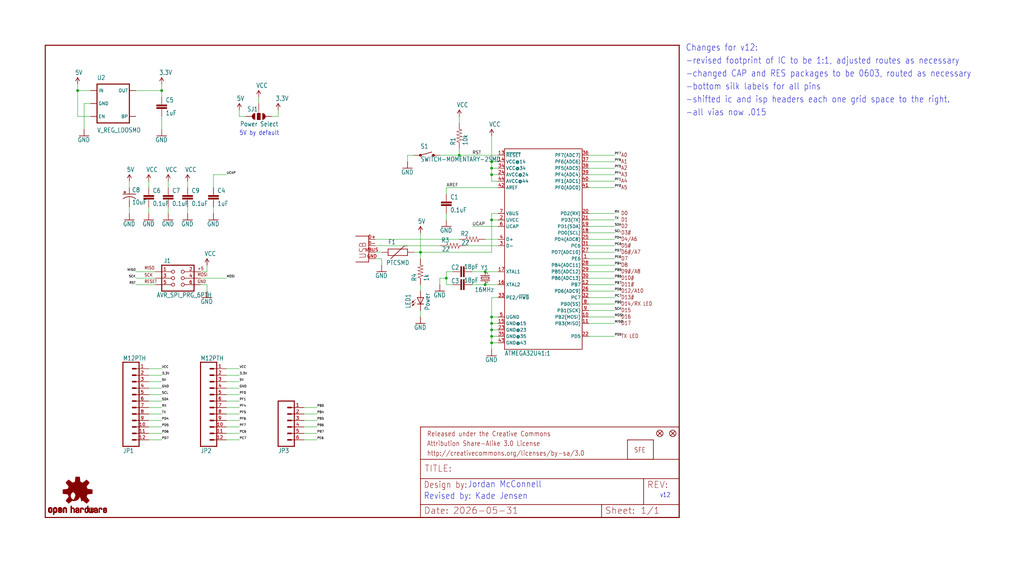
<source format=kicad_sch>
(kicad_sch (version 20230121) (generator eeschema)
  (paper "User" 402.107 224.536)
  (lib_symbols
    (symbol "working-eagle-import:3.3V" (power)
      (property "Value" "3.3V" (at -1.016 3.556 0))
      (symbol "3.3V_1_0"
        (pin power_in line (at 0 0 90) (length 2.54) (name "3.3V") (number "1"))
      )
    )
    (symbol "working-eagle-import:5V" (power)
      (property "Value" "5V" (at -1.016 3.556 0))
      (symbol "5V_1_0"
        (pin power_in line (at 0 0 90) (length 2.54) (name "5V") (number "1"))
      )
    )
    (symbol "working-eagle-import:ATMEGA32U41{colon}1"
      (symbol "ATMEGA32U41{colon}1_1_0"
        (text "A0" (at 30.48 34.798 0) (effects (font (size 1.524 1.2954)) (justify left bottom)))
        (text "A1" (at 30.48 32.258 0) (effects (font (size 1.524 1.2954)) (justify left bottom)))
        (text "A2" (at 30.48 29.718 0) (effects (font (size 1.524 1.2954)) (justify left bottom)))
        (text "A3" (at 30.48 27.178 0) (effects (font (size 1.524 1.2954)) (justify left bottom)))
        (text "A4" (at 30.48 24.638 0) (effects (font (size 1.524 1.2954)) (justify left bottom)))
        (text "A5" (at 30.48 22.098 0) (effects (font (size 1.524 1.2954)) (justify left bottom)))
        (text "D0" (at 30.48 11.938 0) (effects (font (size 1.524 1.2954)) (justify left bottom)))
        (text "D1" (at 30.48 9.398 0) (effects (font (size 1.524 1.2954)) (justify left bottom)))
        (text "D10#" (at 30.48 -13.462 0) (effects (font (size 1.524 1.2954)) (justify left bottom)))
        (text "D11#" (at 30.48 -16.002 0) (effects (font (size 1.524 1.2954)) (justify left bottom)))
        (text "D12/A10" (at 30.48 -18.542 0) (effects (font (size 1.524 1.2954)) (justify left bottom)))
        (text "D13#" (at 30.48 -21.082 0) (effects (font (size 1.524 1.2954)) (justify left bottom)))
        (text "D14/RX LED" (at 30.48 -23.622 0) (effects (font (size 1.524 1.2954)) (justify left bottom)))
        (text "D15" (at 30.48 -26.162 0) (effects (font (size 1.524 1.2954)) (justify left bottom)))
        (text "D16" (at 30.48 -28.702 0) (effects (font (size 1.524 1.2954)) (justify left bottom)))
        (text "D17" (at 30.48 -31.242 0) (effects (font (size 1.524 1.2954)) (justify left bottom)))
        (text "D2" (at 30.48 6.858 0) (effects (font (size 1.524 1.2954)) (justify left bottom)))
        (text "D3#" (at 30.48 4.318 0) (effects (font (size 1.524 1.2954)) (justify left bottom)))
        (text "D4/A6" (at 30.48 1.778 0) (effects (font (size 1.524 1.2954)) (justify left bottom)))
        (text "D5#" (at 30.48 -0.762 0) (effects (font (size 1.524 1.2954)) (justify left bottom)))
        (text "D6#/A7" (at 30.48 -3.302 0) (effects (font (size 1.524 1.2954)) (justify left bottom)))
        (text "D7" (at 30.48 -5.842 0) (effects (font (size 1.524 1.2954)) (justify left bottom)))
        (text "D8" (at 30.48 -8.382 0) (effects (font (size 1.524 1.2954)) (justify left bottom)))
        (text "D9#/A8" (at 30.48 -10.922 0) (effects (font (size 1.524 1.2954)) (justify left bottom)))
        (text "TX LED" (at 30.48 -36.322 0) (effects (font (size 1.524 1.2954)) (justify left bottom)))
        (pin bidirectional line (at 17.78 -5.08 180) (length 2.54) (name "PE6") (number "1"))
        (pin bidirectional line (at 17.78 -27.94 180) (length 2.54) (name "PB2(MOSI)") (number "10"))
        (pin bidirectional line (at 17.78 -30.48 180) (length 2.54) (name "PB3(MISO)") (number "11"))
        (pin bidirectional line (at 17.78 -15.24 180) (length 2.54) (name "PB7") (number "12"))
        (pin bidirectional line (at -17.78 35.56 0) (length 2.54) (name "~{RESET}") (number "13"))
        (pin bidirectional line (at -17.78 33.02 0) (length 2.54) (name "VCC@14") (number "14"))
        (pin bidirectional line (at -17.78 -30.48 0) (length 2.54) (name "GND@15") (number "15"))
        (pin bidirectional line (at -17.78 -15.24 0) (length 2.54) (name "XTAL2") (number "16"))
        (pin bidirectional line (at -17.78 -10.16 0) (length 2.54) (name "XTAL1") (number "17"))
        (pin bidirectional line (at 17.78 5.08 180) (length 2.54) (name "PD0(SCL)") (number "18"))
        (pin bidirectional line (at 17.78 7.62 180) (length 2.54) (name "PD1(SDA)") (number "19"))
        (pin bidirectional line (at -17.78 10.16 0) (length 2.54) (name "UVCC") (number "2"))
        (pin bidirectional line (at 17.78 12.7 180) (length 2.54) (name "PD2(RX)") (number "20"))
        (pin bidirectional line (at 17.78 10.16 180) (length 2.54) (name "PD3(TX)") (number "21"))
        (pin bidirectional line (at 17.78 -35.56 180) (length 2.54) (name "PD5") (number "22"))
        (pin bidirectional line (at -17.78 -33.02 0) (length 2.54) (name "GND@23") (number "23"))
        (pin bidirectional line (at -17.78 27.94 0) (length 2.54) (name "AVCC@24") (number "24"))
        (pin bidirectional line (at 17.78 2.54 180) (length 2.54) (name "PD4(ADC8)") (number "25"))
        (pin bidirectional line (at 17.78 -17.78 180) (length 2.54) (name "PD6(ADC9)") (number "26"))
        (pin bidirectional line (at 17.78 -2.54 180) (length 2.54) (name "PD7(ADC10)") (number "27"))
        (pin bidirectional line (at 17.78 -7.62 180) (length 2.54) (name "PB4(ADC11)") (number "28"))
        (pin bidirectional line (at 17.78 -10.16 180) (length 2.54) (name "PB5(ADC12)") (number "29"))
        (pin bidirectional line (at -17.78 0 0) (length 2.54) (name "D-") (number "3"))
        (pin bidirectional line (at 17.78 -12.7 180) (length 2.54) (name "PB6(ADC13)") (number "30"))
        (pin bidirectional line (at 17.78 0 180) (length 2.54) (name "PC6") (number "31"))
        (pin bidirectional line (at 17.78 -20.32 180) (length 2.54) (name "PC7") (number "32"))
        (pin bidirectional line (at -17.78 -20.32 0) (length 2.54) (name "PE2/~{HWB}") (number "33"))
        (pin bidirectional line (at -17.78 30.48 0) (length 2.54) (name "VCC@34") (number "34"))
        (pin bidirectional line (at -17.78 -35.56 0) (length 2.54) (name "GND@35") (number "35"))
        (pin bidirectional line (at 17.78 35.56 180) (length 2.54) (name "PF7(ADC7)") (number "36"))
        (pin bidirectional line (at 17.78 33.02 180) (length 2.54) (name "PF6(ADC6)") (number "37"))
        (pin bidirectional line (at 17.78 30.48 180) (length 2.54) (name "PF5(ADC5)") (number "38"))
        (pin bidirectional line (at 17.78 27.94 180) (length 2.54) (name "PF4(ADC4)") (number "39"))
        (pin bidirectional line (at -17.78 2.54 0) (length 2.54) (name "D+") (number "4"))
        (pin bidirectional line (at 17.78 25.4 180) (length 2.54) (name "PF1(ADC1)") (number "40"))
        (pin bidirectional line (at 17.78 22.86 180) (length 2.54) (name "PF0(ADC0)") (number "41"))
        (pin bidirectional line (at -17.78 22.86 0) (length 2.54) (name "AREF") (number "42"))
        (pin bidirectional line (at -17.78 -38.1 0) (length 2.54) (name "GND@43") (number "43"))
        (pin bidirectional line (at -17.78 25.4 0) (length 2.54) (name "AVCC@44") (number "44"))
        (pin bidirectional line (at -17.78 -27.94 0) (length 2.54) (name "UGND") (number "5"))
        (pin bidirectional line (at -17.78 7.62 0) (length 2.54) (name "UCAP") (number "6"))
        (pin bidirectional line (at -17.78 12.7 0) (length 2.54) (name "VBUS") (number "7"))
        (pin bidirectional line (at 17.78 -22.86 180) (length 2.54) (name "PB0(SS)") (number "8"))
        (pin bidirectional line (at 17.78 -25.4 180) (length 2.54) (name "PB1(SCK)") (number "9"))
      )
    )
    (symbol "working-eagle-import:AVR_SPI_PRG_6PTH"
      (property "Reference" "J" (at -4.318 5.842 0))
      (symbol "AVR_SPI_PRG_6PTH_1_0"
        (text "+5" (at 8.89 3.048 0) (effects (font (size 1.27 1.0795)) (justify left bottom)))
        (text "GND" (at 8.89 -2.032 0) (effects (font (size 1.27 1.0795)) (justify left bottom)))
        (text "MISO" (at -11.938 3.302 0) (effects (font (size 1.27 1.0795)) (justify left bottom)))
        (text "MOSI" (at 8.89 0.635 0) (effects (font (size 1.27 1.0795)) (justify left bottom)))
        (text "RESET" (at -11.938 -2.032 0) (effects (font (size 1.27 1.0795)) (justify left bottom)))
        (text "SCK" (at -11.938 0.508 0) (effects (font (size 1.27 1.0795)) (justify left bottom)))
        (pin passive inverted (at -7.62 2.54 0) (length 7.62) (name "1") (number "1"))
        (pin passive inverted (at 10.16 2.54 180) (length 7.62) (name "2") (number "2"))
        (pin passive inverted (at -7.62 0 0) (length 7.62) (name "3") (number "3"))
        (pin passive inverted (at 10.16 0 180) (length 7.62) (name "4") (number "4"))
        (pin passive inverted (at -7.62 -2.54 0) (length 7.62) (name "5") (number "5"))
        (pin passive inverted (at 10.16 -2.54 180) (length 7.62) (name "6") (number "6"))
      )
    )
    (symbol "working-eagle-import:CAP0603-CAP"
      (property "Reference" "C" (at 1.524 2.921 0))
      (symbol "CAP0603-CAP_1_0"
        (pin passive line (at 0 5.08 270) (length 2.54) (name "1") (number "1"))
        (pin passive line (at 0 -2.54 90) (length 2.54) (name "2") (number "2"))
      )
    )
    (symbol "working-eagle-import:CAP_POL1206"
      (property "Reference" "C" (at 1.016 0.635 0))
      (symbol "CAP_POL1206_1_0"
        (pin passive line (at 0 2.54 270) (length 2.54) (name "+") (number "A"))
        (pin passive line (at 0 -5.08 90) (length 2.54) (name "-") (number "C"))
      )
    )
    (symbol "working-eagle-import:CRYSTAL5X3"
      (property "Reference" "Y" (at 2.54 1.016 0))
      (symbol "CRYSTAL5X3_1_0"
        (text "1" (at -2.159 -1.143 0) (effects (font (size 0.8636 0.734)) (justify left bottom)))
        (text "2" (at 1.524 -1.143 0) (effects (font (size 0.8636 0.734)) (justify left bottom)))
        (pin passive line (at -2.54 0 0) (length 0) (name "1") (number "1"))
        (pin passive line (at 2.54 0 180) (length 0) (name "2") (number "3"))
      )
    )
    (symbol "working-eagle-import:FIDUCIAL1X2")
    (symbol "working-eagle-import:FRAME-LETTER"
      (symbol "FRAME-LETTER_2_0"
        (text "${#}/${##}" (at 86.36 1.27 0) (effects (font (size 2.54 2.54)) (justify left bottom)))
        (text "${CURRENT_DATE}" (at 12.7 1.27 0) (effects (font (size 2.54 2.54)) (justify left bottom)))
        (text "${PROJECTNAME}" (at 15.494 17.78 0) (effects (font (size 2.7432 2.7432)) (justify left bottom)))
        (text "Attribution Share-Alike 3.0 License" (at 2.54 27.94 0) (effects (font (size 1.9304 1.6408)) (justify left bottom)))
        (text "Date:" (at 1.27 1.27 0) (effects (font (size 2.54 2.54)) (justify left bottom)))
        (text "Design by:" (at 1.27 11.43 0) (effects (font (size 2.54 2.159)) (justify left bottom)))
        (text "http://creativecommons.org/licenses/by-sa/3.0" (at 2.54 24.13 0) (effects (font (size 1.9304 1.6408)) (justify left bottom)))
        (text "Released under the Creative Commons" (at 2.54 31.75 0) (effects (font (size 1.9304 1.6408)) (justify left bottom)))
        (text "REV:" (at 88.9 11.43 0) (effects (font (size 2.54 2.54)) (justify left bottom)))
        (text "Sheet:" (at 72.39 1.27 0) (effects (font (size 2.54 2.54)) (justify left bottom)))
        (text "TITLE:" (at 1.524 17.78 0) (effects (font (size 2.54 2.54)) (justify left bottom)))
      )
    )
    (symbol "working-eagle-import:GND" (power)
      (property "Value" "GND" (at -2.54 -2.54 0))
      (symbol "GND_1_0"
        (pin power_in line (at 0 2.54 270) (length 2.54) (name "GND") (number "1"))
      )
    )
    (symbol "working-eagle-import:LED0603"
      (property "Reference" "LED" (at 3.556 -4.572 90))
      (symbol "LED0603_1_0"
        (pin passive line (at 0 2.54 270) (length 2.54) (name "A") (number "A"))
        (pin passive line (at 0 -5.08 90) (length 2.54) (name "C") (number "C"))
      )
    )
    (symbol "working-eagle-import:LOGO-SFENEW"
      (symbol "LOGO-SFENEW_1_0"
        (text "SFE" (at 0 0 0) (effects (font (size 1.9304 1.6408)) (justify left bottom)))
      )
    )
    (symbol "working-eagle-import:M06SIP"
      (property "Reference" "JP" (at -5.08 10.922 0))
      (symbol "M06SIP_1_0"
        (pin passive line (at 5.08 -5.08 180) (length 5.08) (name "1") (number "1"))
        (pin passive line (at 5.08 -2.54 180) (length 5.08) (name "2") (number "2"))
        (pin passive line (at 5.08 0 180) (length 5.08) (name "3") (number "3"))
        (pin passive line (at 5.08 2.54 180) (length 5.08) (name "4") (number "4"))
        (pin passive line (at 5.08 5.08 180) (length 5.08) (name "5") (number "5"))
        (pin passive line (at 5.08 7.62 180) (length 5.08) (name "6") (number "6"))
      )
    )
    (symbol "working-eagle-import:M12PTH"
      (property "Reference" "JP" (at 0 16.002 0))
      (symbol "M12PTH_1_0"
        (pin passive line (at 10.16 -15.24 180) (length 5.08) (name "1") (number "1"))
        (pin passive line (at 10.16 7.62 180) (length 5.08) (name "10") (number "10"))
        (pin passive line (at 10.16 10.16 180) (length 5.08) (name "11") (number "11"))
        (pin passive line (at 10.16 12.7 180) (length 5.08) (name "12") (number "12"))
        (pin passive line (at 10.16 -12.7 180) (length 5.08) (name "2") (number "2"))
        (pin passive line (at 10.16 -10.16 180) (length 5.08) (name "3") (number "3"))
        (pin passive line (at 10.16 -7.62 180) (length 5.08) (name "4") (number "4"))
        (pin passive line (at 10.16 -5.08 180) (length 5.08) (name "5") (number "5"))
        (pin passive line (at 10.16 -2.54 180) (length 5.08) (name "6") (number "6"))
        (pin passive line (at 10.16 0 180) (length 5.08) (name "7") (number "7"))
        (pin passive line (at 10.16 2.54 180) (length 5.08) (name "8") (number "8"))
        (pin passive line (at 10.16 5.08 180) (length 5.08) (name "9") (number "9"))
      )
    )
    (symbol "working-eagle-import:OSHW-LOGOM")
    (symbol "working-eagle-import:PTCSMD"
      (property "Reference" "F" (at -2.54 3.048 0))
      (symbol "PTCSMD_1_0"
        (pin bidirectional line (at -5.08 0 0) (length 2.54) (name "1") (number "1"))
        (pin bidirectional line (at 7.62 0 180) (length 2.54) (name "2") (number "2"))
      )
    )
    (symbol "working-eagle-import:RESISTOR0603-RES"
      (property "Reference" "R" (at -3.81 1.4986 0))
      (symbol "RESISTOR0603-RES_1_0"
        (pin passive line (at -5.08 0 0) (length 2.54) (name "1") (number "1"))
        (pin passive line (at 5.08 0 180) (length 2.54) (name "2") (number "2"))
      )
    )
    (symbol "working-eagle-import:SOLDERJUMPER_2WAYPASTE2&3"
      (property "Reference" "SJ" (at 2.54 0.381 0))
      (symbol "SOLDERJUMPER_2WAYPASTE2&3_1_0"
        (pin passive line (at 0 5.08 270) (length 2.54) (name "1") (number "1"))
        (pin passive line (at -5.08 0 0) (length 2.54) (name "2") (number "2"))
        (pin passive line (at 0 -5.08 90) (length 2.54) (name "3") (number "3"))
      )
    )
    (symbol "working-eagle-import:SWITCH-MOMENTARY-2SMD"
      (property "Reference" "S" (at -2.54 2.54 0))
      (symbol "SWITCH-MOMENTARY-2SMD_1_0"
        (pin passive line (at -5.08 0 0) (length 2.54) (name "1") (number "1"))
        (pin passive line (at 5.08 0 180) (length 2.54) (name "2") (number "3"))
      )
    )
    (symbol "working-eagle-import:USBSMD"
      (symbol "USBSMD_1_0"
        (text "USB" (at 3.81 0 900) (effects (font (size 2.54 2.159)) (justify left bottom)))
        (pin bidirectional line (at -2.54 7.62 0) (length 2.54) (name "D+") (number "D+"))
        (pin bidirectional line (at -2.54 5.08 0) (length 2.54) (name "D-") (number "D-"))
        (pin bidirectional line (at -2.54 0 0) (length 2.54) (name "GND") (number "GND"))
        (pin bidirectional line (at -2.54 2.54 0) (length 2.54) (name "VBUS") (number "VBUS"))
      )
    )
    (symbol "working-eagle-import:VCC" (power)
      (property "Value" "VCC" (at -1.016 3.556 0))
      (symbol "VCC_1_0"
        (pin power_in line (at 0 0 90) (length 2.54) (name "VCC") (number "1"))
      )
    )
    (symbol "working-eagle-import:V_REG_LDOSMD"
      (property "Reference" "U" (at -7.62 9.144 0))
      (symbol "V_REG_LDOSMD_1_0"
        (pin input line (at -10.16 5.08 0) (length 2.54) (name "IN") (number "1"))
        (pin input line (at -10.16 0 0) (length 2.54) (name "GND") (number "2"))
        (pin input line (at -10.16 -5.08 0) (length 2.54) (name "EN") (number "3"))
        (pin input line (at 7.62 -5.08 180) (length 2.54) (name "BP") (number "4"))
        (pin passive line (at 7.62 5.08 180) (length 2.54) (name "OUT") (number "5"))
      )
    )
  )
  (junction (at 175.26 109.22))
  (junction (at 193.04 134.62))
  (junction (at 193.04 127))
  (junction (at 193.04 129.54))
  (junction (at 193.04 132.08))
  (junction (at 30.48 35.56))
  (junction (at 193.04 63.5))
  (junction (at 190.5 106.68))
  (junction (at 193.04 86.36))
  (junction (at 190.5 111.76))
  (junction (at 193.04 124.46))
  (junction (at 180.34 60.96))
  (junction (at 165.1 99.06))
  (junction (at 193.04 66.04))
  (junction (at 63.5 35.56))
  (junction (at 193.04 68.58))
  (wire (pts (xy 119.38 165.1) (xy 124.46 165.1)) (stroke (width 0.1524)))
  (wire (pts (xy 177.8 111.76) (xy 175.26 111.76)) (stroke (width 0.1524)))
  (wire (pts (xy 58.42 157.48) (xy 63.5 157.48)) (stroke (width 0.1524)))
  (wire (pts (xy 78.74 109.22) (xy 88.9 109.22)) (stroke (width 0.1524)))
  (wire (pts (xy 193.04 83.82) (xy 195.58 83.82)) (stroke (width 0.1524)))
  (wire (pts (xy 193.04 124.46) (xy 193.04 116.84)) (stroke (width 0.1524)))
  (wire (pts (xy 231.14 121.92) (xy 241.3 121.92)) (stroke (width 0.1524)))
  (wire (pts (xy 119.38 167.64) (xy 124.46 167.64)) (stroke (width 0.1524)))
  (wire (pts (xy 190.5 106.68) (xy 195.58 106.68)) (stroke (width 0.1524)))
  (wire (pts (xy 78.74 106.68) (xy 81.28 106.68)) (stroke (width 0.1524)))
  (wire (pts (xy 83.82 68.58) (xy 88.9 68.58)) (stroke (width 0.1524)))
  (wire (pts (xy 231.14 109.22) (xy 241.3 109.22)) (stroke (width 0.1524)))
  (wire (pts (xy 182.88 96.52) (xy 195.58 96.52)) (stroke (width 0.1524)))
  (wire (pts (xy 193.04 63.5) (xy 193.04 53.34)) (stroke (width 0.1524)))
  (wire (pts (xy 195.58 68.58) (xy 193.04 68.58)) (stroke (width 0.1524)))
  (wire (pts (xy 231.14 106.68) (xy 241.3 106.68)) (stroke (width 0.1524)))
  (wire (pts (xy 119.38 172.72) (xy 124.46 172.72)) (stroke (width 0.1524)))
  (wire (pts (xy 231.14 73.66) (xy 241.3 73.66)) (stroke (width 0.1524)))
  (wire (pts (xy 58.42 160.02) (xy 63.5 160.02)) (stroke (width 0.1524)))
  (wire (pts (xy 165.1 91.44) (xy 165.1 99.06)) (stroke (width 0.1524)))
  (wire (pts (xy 231.14 104.14) (xy 241.3 104.14)) (stroke (width 0.1524)))
  (wire (pts (xy 63.5 35.56) (xy 63.5 38.1)) (stroke (width 0.1524)))
  (wire (pts (xy 165.1 99.06) (xy 193.04 99.06)) (stroke (width 0.1524)))
  (wire (pts (xy 160.02 60.96) (xy 162.56 60.96)) (stroke (width 0.1524)))
  (wire (pts (xy 193.04 134.62) (xy 195.58 134.62)) (stroke (width 0.1524)))
  (wire (pts (xy 88.9 172.72) (xy 93.98 172.72)) (stroke (width 0.1524)))
  (wire (pts (xy 195.58 88.9) (xy 185.42 88.9)) (stroke (width 0.1524)))
  (wire (pts (xy 231.14 114.3) (xy 241.3 114.3)) (stroke (width 0.1524)))
  (wire (pts (xy 231.14 124.46) (xy 241.3 124.46)) (stroke (width 0.1524)))
  (wire (pts (xy 180.34 60.96) (xy 195.58 60.96)) (stroke (width 0.1524)))
  (wire (pts (xy 88.9 147.32) (xy 93.98 147.32)) (stroke (width 0.1524)))
  (wire (pts (xy 172.72 109.22) (xy 172.72 111.76)) (stroke (width 0.1524)))
  (wire (pts (xy 88.9 167.64) (xy 93.98 167.64)) (stroke (width 0.1524)))
  (wire (pts (xy 50.8 73.66) (xy 50.8 71.12)) (stroke (width 0.1524)))
  (wire (pts (xy 149.86 101.6) (xy 149.86 104.14)) (stroke (width 0.1524)))
  (wire (pts (xy 83.82 73.66) (xy 83.82 68.58)) (stroke (width 0.1524)))
  (wire (pts (xy 231.14 127) (xy 241.3 127)) (stroke (width 0.1524)))
  (wire (pts (xy 58.42 81.28) (xy 58.42 83.82)) (stroke (width 0.1524)))
  (wire (pts (xy 165.1 99.06) (xy 165.1 101.6)) (stroke (width 0.1524)))
  (wire (pts (xy 180.34 48.26) (xy 180.34 45.72)) (stroke (width 0.1524)))
  (wire (pts (xy 30.48 35.56) (xy 30.48 45.72)) (stroke (width 0.1524)))
  (wire (pts (xy 58.42 162.56) (xy 63.5 162.56)) (stroke (width 0.1524)))
  (wire (pts (xy 66.04 83.82) (xy 66.04 81.28)) (stroke (width 0.1524)))
  (wire (pts (xy 88.9 154.94) (xy 93.98 154.94)) (stroke (width 0.1524)))
  (wire (pts (xy 58.42 149.86) (xy 63.5 149.86)) (stroke (width 0.1524)))
  (wire (pts (xy 175.26 106.68) (xy 177.8 106.68)) (stroke (width 0.1524)))
  (wire (pts (xy 193.04 86.36) (xy 195.58 86.36)) (stroke (width 0.1524)))
  (wire (pts (xy 30.48 35.56) (xy 30.48 33.02)) (stroke (width 0.1524)))
  (wire (pts (xy 175.26 109.22) (xy 175.26 106.68)) (stroke (width 0.1524)))
  (wire (pts (xy 175.26 109.22) (xy 172.72 109.22)) (stroke (width 0.1524)))
  (wire (pts (xy 231.14 119.38) (xy 241.3 119.38)) (stroke (width 0.1524)))
  (wire (pts (xy 63.5 45.72) (xy 63.5 50.8)) (stroke (width 0.1524)))
  (wire (pts (xy 231.14 71.12) (xy 241.3 71.12)) (stroke (width 0.1524)))
  (wire (pts (xy 119.38 160.02) (xy 124.46 160.02)) (stroke (width 0.1524)))
  (wire (pts (xy 81.28 111.76) (xy 81.28 114.3)) (stroke (width 0.1524)))
  (wire (pts (xy 193.04 132.08) (xy 193.04 129.54)) (stroke (width 0.1524)))
  (wire (pts (xy 193.04 127) (xy 195.58 127)) (stroke (width 0.1524)))
  (wire (pts (xy 58.42 167.64) (xy 63.5 167.64)) (stroke (width 0.1524)))
  (wire (pts (xy 193.04 137.16) (xy 193.04 134.62)) (stroke (width 0.1524)))
  (wire (pts (xy 180.34 58.42) (xy 180.34 60.96)) (stroke (width 0.1524)))
  (wire (pts (xy 165.1 121.92) (xy 165.1 124.46)) (stroke (width 0.1524)))
  (wire (pts (xy 30.48 35.56) (xy 35.56 35.56)) (stroke (width 0.1524)))
  (wire (pts (xy 193.04 86.36) (xy 193.04 83.82)) (stroke (width 0.1524)))
  (wire (pts (xy 175.26 86.36) (xy 175.26 83.82)) (stroke (width 0.1524)))
  (wire (pts (xy 88.9 157.48) (xy 93.98 157.48)) (stroke (width 0.1524)))
  (wire (pts (xy 195.58 66.04) (xy 193.04 66.04)) (stroke (width 0.1524)))
  (wire (pts (xy 147.32 99.06) (xy 149.86 99.06)) (stroke (width 0.1524)))
  (wire (pts (xy 190.5 93.98) (xy 195.58 93.98)) (stroke (width 0.1524)))
  (wire (pts (xy 109.22 43.18) (xy 109.22 45.72)) (stroke (width 0.1524)))
  (wire (pts (xy 231.14 88.9) (xy 241.3 88.9)) (stroke (width 0.1524)))
  (wire (pts (xy 109.22 45.72) (xy 106.68 45.72)) (stroke (width 0.1524)))
  (wire (pts (xy 53.34 35.56) (xy 63.5 35.56)) (stroke (width 0.1524)))
  (wire (pts (xy 231.14 91.44) (xy 241.3 91.44)) (stroke (width 0.1524)))
  (wire (pts (xy 88.9 149.86) (xy 93.98 149.86)) (stroke (width 0.1524)))
  (wire (pts (xy 119.38 162.56) (xy 124.46 162.56)) (stroke (width 0.1524)))
  (wire (pts (xy 193.04 129.54) (xy 193.04 127)) (stroke (width 0.1524)))
  (wire (pts (xy 58.42 152.4) (xy 63.5 152.4)) (stroke (width 0.1524)))
  (wire (pts (xy 83.82 83.82) (xy 83.82 81.28)) (stroke (width 0.1524)))
  (wire (pts (xy 162.56 99.06) (xy 165.1 99.06)) (stroke (width 0.1524)))
  (wire (pts (xy 73.66 71.12) (xy 73.66 73.66)) (stroke (width 0.1524)))
  (wire (pts (xy 58.42 147.32) (xy 63.5 147.32)) (stroke (width 0.1524)))
  (wire (pts (xy 50.8 83.82) (xy 50.8 81.28)) (stroke (width 0.1524)))
  (wire (pts (xy 175.26 73.66) (xy 195.58 73.66)) (stroke (width 0.1524)))
  (wire (pts (xy 190.5 111.76) (xy 185.42 111.76)) (stroke (width 0.1524)))
  (wire (pts (xy 78.74 111.76) (xy 81.28 111.76)) (stroke (width 0.1524)))
  (wire (pts (xy 195.58 71.12) (xy 193.04 71.12)) (stroke (width 0.1524)))
  (wire (pts (xy 60.96 109.22) (xy 53.34 109.22)) (stroke (width 0.1524)))
  (wire (pts (xy 33.02 40.64) (xy 33.02 50.8)) (stroke (width 0.1524)))
  (wire (pts (xy 193.04 66.04) (xy 193.04 63.5)) (stroke (width 0.1524)))
  (wire (pts (xy 147.32 101.6) (xy 149.86 101.6)) (stroke (width 0.1524)))
  (wire (pts (xy 231.14 86.36) (xy 241.3 86.36)) (stroke (width 0.1524)))
  (wire (pts (xy 88.9 160.02) (xy 93.98 160.02)) (stroke (width 0.1524)))
  (wire (pts (xy 88.9 162.56) (xy 93.98 162.56)) (stroke (width 0.1524)))
  (wire (pts (xy 58.42 170.18) (xy 63.5 170.18)) (stroke (width 0.1524)))
  (wire (pts (xy 193.04 116.84) (xy 195.58 116.84)) (stroke (width 0.1524)))
  (wire (pts (xy 93.98 45.72) (xy 93.98 43.18)) (stroke (width 0.1524)))
  (wire (pts (xy 35.56 40.64) (xy 33.02 40.64)) (stroke (width 0.1524)))
  (wire (pts (xy 58.42 144.78) (xy 63.5 144.78)) (stroke (width 0.1524)))
  (wire (pts (xy 193.04 68.58) (xy 193.04 66.04)) (stroke (width 0.1524)))
  (wire (pts (xy 231.14 96.52) (xy 241.3 96.52)) (stroke (width 0.1524)))
  (wire (pts (xy 195.58 111.76) (xy 190.5 111.76)) (stroke (width 0.1524)))
  (wire (pts (xy 88.9 165.1) (xy 93.98 165.1)) (stroke (width 0.1524)))
  (wire (pts (xy 165.1 111.76) (xy 165.1 114.3)) (stroke (width 0.1524)))
  (wire (pts (xy 88.9 170.18) (xy 93.98 170.18)) (stroke (width 0.1524)))
  (wire (pts (xy 119.38 170.18) (xy 124.46 170.18)) (stroke (width 0.1524)))
  (wire (pts (xy 231.14 99.06) (xy 241.3 99.06)) (stroke (width 0.1524)))
  (wire (pts (xy 231.14 83.82) (xy 241.3 83.82)) (stroke (width 0.1524)))
  (wire (pts (xy 58.42 154.94) (xy 63.5 154.94)) (stroke (width 0.1524)))
  (wire (pts (xy 60.96 111.76) (xy 53.34 111.76)) (stroke (width 0.1524)))
  (wire (pts (xy 66.04 71.12) (xy 66.04 73.66)) (stroke (width 0.1524)))
  (wire (pts (xy 73.66 81.28) (xy 73.66 83.82)) (stroke (width 0.1524)))
  (wire (pts (xy 231.14 111.76) (xy 241.3 111.76)) (stroke (width 0.1524)))
  (wire (pts (xy 231.14 63.5) (xy 241.3 63.5)) (stroke (width 0.1524)))
  (wire (pts (xy 88.9 144.78) (xy 93.98 144.78)) (stroke (width 0.1524)))
  (wire (pts (xy 172.72 60.96) (xy 180.34 60.96)) (stroke (width 0.1524)))
  (wire (pts (xy 175.26 76.2) (xy 175.26 73.66)) (stroke (width 0.1524)))
  (wire (pts (xy 58.42 172.72) (xy 63.5 172.72)) (stroke (width 0.1524)))
  (wire (pts (xy 231.14 93.98) (xy 241.3 93.98)) (stroke (width 0.1524)))
  (wire (pts (xy 193.04 127) (xy 193.04 124.46)) (stroke (width 0.1524)))
  (wire (pts (xy 231.14 101.6) (xy 241.3 101.6)) (stroke (width 0.1524)))
  (wire (pts (xy 193.04 132.08) (xy 195.58 132.08)) (stroke (width 0.1524)))
  (wire (pts (xy 231.14 60.96) (xy 241.3 60.96)) (stroke (width 0.1524)))
  (wire (pts (xy 193.04 134.62) (xy 193.04 132.08)) (stroke (width 0.1524)))
  (wire (pts (xy 101.6 38.1) (xy 101.6 40.64)) (stroke (width 0.1524)))
  (wire (pts (xy 195.58 63.5) (xy 193.04 63.5)) (stroke (width 0.1524)))
  (wire (pts (xy 231.14 68.58) (xy 241.3 68.58)) (stroke (width 0.1524)))
  (wire (pts (xy 60.96 106.68) (xy 53.34 106.68)) (stroke (width 0.1524)))
  (wire (pts (xy 147.32 96.52) (xy 172.72 96.52)) (stroke (width 0.1524)))
  (wire (pts (xy 193.04 71.12) (xy 193.04 68.58)) (stroke (width 0.1524)))
  (wire (pts (xy 58.42 165.1) (xy 63.5 165.1)) (stroke (width 0.1524)))
  (wire (pts (xy 81.28 106.68) (xy 81.28 104.14)) (stroke (width 0.1524)))
  (wire (pts (xy 175.26 111.76) (xy 175.26 109.22)) (stroke (width 0.1524)))
  (wire (pts (xy 185.42 106.68) (xy 190.5 106.68)) (stroke (width 0.1524)))
  (wire (pts (xy 193.04 129.54) (xy 195.58 129.54)) (stroke (width 0.1524)))
  (wire (pts (xy 231.14 66.04) (xy 241.3 66.04)) (stroke (width 0.1524)))
  (wire (pts (xy 96.52 45.72) (xy 93.98 45.72)) (stroke (width 0.1524)))
  (wire (pts (xy 193.04 124.46) (xy 195.58 124.46)) (stroke (width 0.1524)))
  (wire (pts (xy 63.5 35.56) (xy 63.5 33.02)) (stroke (width 0.1524)))
  (wire (pts (xy 58.42 71.12) (xy 58.42 73.66)) (stroke (width 0.1524)))
  (wire (pts (xy 30.48 45.72) (xy 35.56 45.72)) (stroke (width 0.1524)))
  (wire (pts (xy 193.04 99.06) (xy 193.04 86.36)) (stroke (width 0.1524)))
  (wire (pts (xy 147.32 93.98) (xy 180.34 93.98)) (stroke (width 0.1524)))
  (wire (pts (xy 231.14 116.84) (xy 241.3 116.84)) (stroke (width 0.1524)))
  (wire (pts (xy 231.14 132.08) (xy 241.3 132.08)) (stroke (width 0.1524)))
  (wire (pts (xy 88.9 152.4) (xy 93.98 152.4)) (stroke (width 0.1524)))
  (wire (pts (xy 160.02 63.5) (xy 160.02 60.96)) (stroke (width 0.1524)))
  (text "Changes for v12:" (at 269.24 20.32 0) (effects (font (size 2.54 2.159)) (justify left bottom)))
  (text "5V by default" (at 93.98 53.34 0) (effects (font (size 1.778 1.5113)) (justify left bottom)))
  (text "Revised by: Kade Jensen" (at 166.37 196.342 0) (effects (font (size 2.54 2.159)) (justify left bottom)))
  (text "Jordan McConnell" (at 183.642 191.77 0) (effects (font (size 2.54 2.159)) (justify left bottom)))
  (text "v12" (at 259.08 195.58 0) (effects (font (size 1.778 1.5113)) (justify left bottom)))
  (text "-shifted ic and isp headers each one grid space to the right." (at 269.24 40.64 0) (effects (font (size 2.54 2.159)) (justify left bottom)))
  (text "-revised footprint of IC to be 1:1, adjusted routes as necessary" (at 269.24 25.4 0) (effects (font (size 2.54 2.159)) (justify left bottom)))
  (text "-bottom silk labels for all pins" (at 269.24 35.56 0) (effects (font (size 2.54 2.159)) (justify left bottom)))
  (text "-changed CAP and RES packages to be 0603, routed as necessary" (at 269.24 30.48 0) (effects (font (size 2.54 2.159)) (justify left bottom)))
  (text "-all vias now .015" (at 269.24 45.72 0) (effects (font (size 2.54 2.159)) (justify left bottom)))
  (label "PD4" (at 63.5 165.1 0) (effects (font (size 0.889 0.889))))
  (label "SCL" (at 241.3 91.44 0) (effects (font (size 0.889 0.889))))
  (label "VCC" (at 63.5 144.78 0) (effects (font (size 0.889 0.889))))
  (label "RX" (at 63.5 160.02 0) (effects (font (size 0.889 0.889))))
  (label "PD6" (at 241.3 114.3 0) (effects (font (size 0.889 0.889))))
  (label "SCK" (at 241.3 121.92 0) (effects (font (size 0.889 0.889))))
  (label "PD6" (at 63.5 170.18 0) (effects (font (size 0.889 0.889))))
  (label "PE6" (at 241.3 101.6 0) (effects (font (size 0.889 0.889))))
  (label "PB5" (at 124.46 165.1 0) (effects (font (size 0.889 0.889))))
  (label "UCAP" (at 88.9 68.58 0) (effects (font (size 0.889 0.889))))
  (label "PF5" (at 93.98 162.56 0) (effects (font (size 0.889 0.889))))
  (label "PF1" (at 241.3 71.12 0) (effects (font (size 0.889 0.889))))
  (label "PF5" (at 241.3 66.04 0) (effects (font (size 0.889 0.889))))
  (label "3.3V" (at 93.98 147.32 0) (effects (font (size 0.889 0.889))))
  (label "PB6" (at 124.46 167.64 0) (effects (font (size 0.889 0.889))))
  (label "PD4" (at 241.3 93.98 0) (effects (font (size 0.889 0.889))))
  (label "VCC" (at 93.98 144.78 0) (effects (font (size 0.889 0.889))))
  (label "SDA" (at 63.5 157.48 0) (effects (font (size 0.889 0.889))))
  (label "PB7" (at 124.46 170.18 0) (effects (font (size 0.889 0.889))))
  (label "PF4" (at 241.3 68.58 0) (effects (font (size 0.889 0.889))))
  (label "MOSI" (at 241.3 124.46 0) (effects (font (size 0.889 0.889))))
  (label "PE6" (at 124.46 172.72 0) (effects (font (size 0.889 0.889))))
  (label "AREF" (at 175.26 73.66 0) (effects (font (size 1.2446 1.2446))))
  (label "PF7" (at 241.3 60.96 0) (effects (font (size 0.889 0.889))))
  (label "PD5" (at 241.3 132.08 0) (effects (font (size 0.889 0.889))))
  (label "RST" (at 185.42 60.96 0) (effects (font (size 1.2446 1.2446))))
  (label "RX" (at 241.3 83.82 0) (effects (font (size 0.889 0.889))))
  (label "PC6" (at 93.98 170.18 0) (effects (font (size 0.889 0.889))))
  (label "PF6" (at 241.3 63.5 0) (effects (font (size 0.889 0.889))))
  (label "PC7" (at 241.3 116.84 0) (effects (font (size 0.889 0.889))))
  (label "TX" (at 63.5 162.56 0) (effects (font (size 0.889 0.889))))
  (label "SDA" (at 241.3 88.9 0) (effects (font (size 0.889 0.889))))
  (label "PF1" (at 93.98 157.48 0) (effects (font (size 0.889 0.889))))
  (label "PF0" (at 241.3 73.66 0) (effects (font (size 0.889 0.889))))
  (label "PB6" (at 241.3 109.22 0) (effects (font (size 0.889 0.889))))
  (label "PB7" (at 241.3 111.76 0) (effects (font (size 0.889 0.889))))
  (label "SCL" (at 63.5 154.94 0) (effects (font (size 0.889 0.889))))
  (label "PC6" (at 241.3 96.52 0) (effects (font (size 0.889 0.889))))
  (label "5V" (at 93.98 149.86 0) (effects (font (size 0.889 0.889))))
  (label "MISO" (at 241.3 127 0) (effects (font (size 0.889 0.889))))
  (label "PD7" (at 241.3 99.06 0) (effects (font (size 0.889 0.889))))
  (label "GND" (at 93.98 152.4 0) (effects (font (size 0.889 0.889))))
  (label "PC7" (at 93.98 172.72 0) (effects (font (size 0.889 0.889))))
  (label "PF6" (at 93.98 165.1 0) (effects (font (size 0.889 0.889))))
  (label "PB0" (at 124.46 160.02 0) (effects (font (size 0.889 0.889))))
  (label "PB4" (at 124.46 162.56 0) (effects (font (size 0.889 0.889))))
  (label "PB0" (at 241.3 119.38 0) (effects (font (size 0.889 0.889))))
  (label "TX" (at 241.3 86.36 0) (effects (font (size 0.889 0.889))))
  (label "5V" (at 63.5 149.86 0) (effects (font (size 0.889 0.889))))
  (label "RST" (at 53.34 111.76 180) (effects (font (size 0.889 0.889))))
  (label "GND" (at 63.5 152.4 0) (effects (font (size 0.889 0.889))))
  (label "PF0" (at 93.98 154.94 0) (effects (font (size 0.889 0.889))))
  (label "PB5" (at 241.3 106.68 0) (effects (font (size 0.889 0.889))))
  (label "PD7" (at 63.5 172.72 0) (effects (font (size 0.889 0.889))))
  (label "PF4" (at 93.98 160.02 0) (effects (font (size 0.889 0.889))))
  (label "3.3V" (at 63.5 147.32 0) (effects (font (size 0.889 0.889))))
  (label "MOSI" (at 88.9 109.22 0) (effects (font (size 0.889 0.889))))
  (label "UCAP" (at 185.42 88.9 0) (effects (font (size 1.2446 1.2446))))
  (label "MISO" (at 53.34 106.68 180) (effects (font (size 0.889 0.889))))
  (label "PD5" (at 63.5 167.64 0) (effects (font (size 0.889 0.889))))
  (label "SCK" (at 53.34 109.22 180) (effects (font (size 0.889 0.889))))
  (label "PB4" (at 241.3 104.14 0) (effects (font (size 0.889 0.889))))
  (label "PF7" (at 93.98 167.64 0) (effects (font (size 0.889 0.889))))
  (symbol (lib_id "working-eagle-import:CAP0603-CAP") (at 182.88 106.68 90) (unit 1)
    (property "Reference" "C2" (at 180.34 104.013 90) (effects (font (size 1.778 1.5113)) (justify left bottom)))
    (property "Value" "18pF" (at 187.96 103.759 90) (effects (font (size 1.778 1.5113)) (justify left bottom)))
    (property "Footprint" "working:0603-CAP" (effects hide))
  )
  (symbol (lib_id "working-eagle-import:VCC") (at 180.34 45.72 0) (unit 1)
    (property "Reference" "#P+1" (effects hide))
    (property "Value" "VCC" (at 179.324 42.164 0) (effects (font (size 1.778 1.5113)) (justify left bottom)))
  )
  (symbol (lib_id "working-eagle-import:GND") (at 83.82 86.36 0) (unit 1)
    (property "Reference" "#GND6" (effects hide))
    (property "Value" "GND" (at 81.28 88.9 0) (effects (font (size 1.778 1.5113)) (justify left bottom)))
  )
  (symbol (lib_id "working-eagle-import:SWITCH-MOMENTARY-2SMD") (at 167.64 60.96 0) (unit 1)
    (property "Reference" "S1" (at 165.1 58.42 0) (effects (font (size 1.778 1.5113)) (justify left bottom)))
    (property "Value" "SWITCH-MOMENTARY-2SMD" (at 165.1 63.5 0) (effects (font (size 1.778 1.5113)) (justify left bottom)))
    (property "Footprint" "working:TACTILE_SWITCH_SMD" (effects hide))
  )
  (symbol (lib_id "working-eagle-import:OSHW-LOGOM") (at 30.48 193.04 0) (unit 1)
    (property "Reference" "U$6" (effects hide))
    (property "Value" "OSHW-LOGOM" (effects hide))
    (property "Footprint" "working:OSHW-LOGO-M" (effects hide))
  )
  (symbol (lib_id "working-eagle-import:CAP0603-CAP") (at 58.42 78.74 0) (unit 1)
    (property "Reference" "C6" (at 59.944 75.819 0) (effects (font (size 1.778 1.5113)) (justify left bottom)))
    (property "Value" "0.1uF" (at 59.944 80.899 0) (effects (font (size 1.778 1.5113)) (justify left bottom)))
    (property "Footprint" "working:0603-CAP" (effects hide))
  )
  (symbol (lib_id "working-eagle-import:5V") (at 93.98 43.18 0) (unit 1)
    (property "Reference" "#U$4" (effects hide))
    (property "Value" "5V" (at 92.964 39.624 0) (effects (font (size 1.778 1.5113)) (justify left bottom)))
  )
  (symbol (lib_id "working-eagle-import:CRYSTAL5X3") (at 190.5 109.22 90) (unit 1)
    (property "Reference" "Y1" (at 191.77 104.14 90) (effects (font (size 1.778 1.5113)) (justify left bottom)))
    (property "Value" "16MHz" (at 194.056 112.776 90) (effects (font (size 1.778 1.5113)) (justify left bottom)))
    (property "Footprint" "working:CRYSTAL-SMD-5X3" (effects hide))
  )
  (symbol (lib_id "working-eagle-import:M06SIP") (at 114.3 165.1 0) (mirror x) (unit 1)
    (property "Reference" "JP3" (at 109.22 176.022 0) (effects (font (size 1.778 1.5113)) (justify left bottom)))
    (property "Value" "M06SIP" (effects hide))
    (property "Footprint" "working:1X06" (effects hide))
  )
  (symbol (lib_id "working-eagle-import:GND") (at 66.04 86.36 0) (unit 1)
    (property "Reference" "#GND10" (effects hide))
    (property "Value" "GND" (at 63.5 88.9 0) (effects (font (size 1.778 1.5113)) (justify left bottom)))
  )
  (symbol (lib_id "working-eagle-import:USBSMD") (at 144.78 101.6 0) (mirror y) (unit 1)
    (property "Reference" "X1" (effects hide))
    (property "Value" "USBSMD" (effects hide))
    (property "Footprint" "working:USB-MINIB" (effects hide))
  )
  (symbol (lib_id "working-eagle-import:GND") (at 160.02 66.04 0) (unit 1)
    (property "Reference" "#GND1" (effects hide))
    (property "Value" "GND" (at 157.48 68.58 0) (effects (font (size 1.778 1.5113)) (justify left bottom)))
  )
  (symbol (lib_id "working-eagle-import:RESISTOR0603-RES") (at 177.8 96.52 0) (unit 1)
    (property "Reference" "R3" (at 173.228 95.2754 0) (effects (font (size 1.778 1.5113)) (justify left bottom)))
    (property "Value" "22" (at 173.482 98.806 0) (effects (font (size 1.778 1.5113)) (justify left bottom)))
    (property "Footprint" "working:0603-RES" (effects hide))
  )
  (symbol (lib_id "working-eagle-import:CAP0603-CAP") (at 73.66 78.74 0) (unit 1)
    (property "Reference" "C9" (at 75.184 75.819 0) (effects (font (size 1.778 1.5113)) (justify left bottom)))
    (property "Value" "0.1uF" (at 75.184 80.899 0) (effects (font (size 1.778 1.5113)) (justify left bottom)))
    (property "Footprint" "working:0603-CAP" (effects hide))
  )
  (symbol (lib_id "working-eagle-import:LOGO-SFENEW") (at 248.92 177.8 0) (unit 1)
    (property "Reference" "JP8" (effects hide))
    (property "Value" "LOGO-SFENEW" (effects hide))
    (property "Footprint" "working:SFE-NEW-WEBLOGO" (effects hide))
  )
  (symbol (lib_id "working-eagle-import:CAP0603-CAP") (at 175.26 81.28 0) (unit 1)
    (property "Reference" "C1" (at 176.784 78.359 0) (effects (font (size 1.778 1.5113)) (justify left bottom)))
    (property "Value" "0.1uF" (at 176.784 83.439 0) (effects (font (size 1.778 1.5113)) (justify left bottom)))
    (property "Footprint" "working:0603-CAP" (effects hide))
  )
  (symbol (lib_id "working-eagle-import:3.3V") (at 63.5 33.02 0) (unit 1)
    (property "Reference" "#P+4" (effects hide))
    (property "Value" "3.3V" (at 62.484 29.464 0) (effects (font (size 1.778 1.5113)) (justify left bottom)))
  )
  (symbol (lib_id "working-eagle-import:CAP0603-CAP") (at 66.04 78.74 0) (unit 1)
    (property "Reference" "C7" (at 67.564 75.819 0) (effects (font (size 1.778 1.5113)) (justify left bottom)))
    (property "Value" "0.1uF" (at 67.564 80.899 0) (effects (font (size 1.778 1.5113)) (justify left bottom)))
    (property "Footprint" "working:0603-CAP" (effects hide))
  )
  (symbol (lib_id "working-eagle-import:RESISTOR0603-RES") (at 165.1 106.68 90) (unit 1)
    (property "Reference" "R4" (at 163.6014 110.49 0) (effects (font (size 1.778 1.5113)) (justify left bottom)))
    (property "Value" "1k" (at 168.402 110.49 0) (effects (font (size 1.778 1.5113)) (justify left bottom)))
    (property "Footprint" "working:0603-RES" (effects hide))
  )
  (symbol (lib_id "working-eagle-import:GND") (at 193.04 139.7 0) (unit 1)
    (property "Reference" "#GND7" (effects hide))
    (property "Value" "GND" (at 190.5 142.24 0) (effects (font (size 1.778 1.5113)) (justify left bottom)))
  )
  (symbol (lib_id "working-eagle-import:VCC") (at 81.28 104.14 0) (unit 1)
    (property "Reference" "#P+8" (effects hide))
    (property "Value" "VCC" (at 80.264 100.584 0) (effects (font (size 1.778 1.5113)) (justify left bottom)))
  )
  (symbol (lib_id "working-eagle-import:FIDUCIAL1X2") (at 259.08 170.18 0) (unit 1)
    (property "Reference" "JP7" (effects hide))
    (property "Value" "FIDUCIAL1X2" (effects hide))
    (property "Footprint" "working:FIDUCIAL-1X2" (effects hide))
  )
  (symbol (lib_id "working-eagle-import:FRAME-LETTER") (at 17.78 203.2 0) (unit 1)
    (property "Reference" "#FRAME1" (effects hide))
    (property "Value" "FRAME-LETTER" (effects hide))
  )
  (symbol (lib_id "working-eagle-import:CAP0603-CAP") (at 182.88 111.76 90) (unit 1)
    (property "Reference" "C3" (at 180.34 109.347 90) (effects (font (size 1.778 1.5113)) (justify left bottom)))
    (property "Value" "18pF" (at 187.96 109.093 90) (effects (font (size 1.778 1.5113)) (justify left bottom)))
    (property "Footprint" "working:0603-CAP" (effects hide))
  )
  (symbol (lib_id "working-eagle-import:GND") (at 63.5 53.34 0) (unit 1)
    (property "Reference" "#GND9" (effects hide))
    (property "Value" "GND" (at 60.96 55.88 0) (effects (font (size 1.778 1.5113)) (justify left bottom)))
  )
  (symbol (lib_id "working-eagle-import:RESISTOR0603-RES") (at 185.42 93.98 0) (unit 1)
    (property "Reference" "R2" (at 180.848 92.7354 0) (effects (font (size 1.778 1.5113)) (justify left bottom)))
    (property "Value" "22" (at 181.102 96.266 0) (effects (font (size 1.778 1.5113)) (justify left bottom)))
    (property "Footprint" "working:0603-RES" (effects hide))
  )
  (symbol (lib_id "working-eagle-import:VCC") (at 101.6 38.1 0) (unit 1)
    (property "Reference" "#P+5" (effects hide))
    (property "Value" "VCC" (at 100.584 34.544 0) (effects (font (size 1.778 1.5113)) (justify left bottom)))
  )
  (symbol (lib_id "working-eagle-import:GND") (at 58.42 86.36 0) (unit 1)
    (property "Reference" "#GND11" (effects hide))
    (property "Value" "GND" (at 55.88 88.9 0) (effects (font (size 1.778 1.5113)) (justify left bottom)))
  )
  (symbol (lib_id "working-eagle-import:AVR_SPI_PRG_6PTH") (at 68.58 109.22 0) (unit 1)
    (property "Reference" "J1" (at 64.262 103.378 0) (effects (font (size 1.778 1.5113)) (justify left bottom)))
    (property "Value" "AVR_SPI_PRG_6PTH" (at 61.468 116.84 0) (effects (font (size 1.778 1.5113)) (justify left bottom)))
    (property "Footprint" "working:2X3" (effects hide))
  )
  (symbol (lib_id "working-eagle-import:V_REG_LDOSMD") (at 45.72 40.64 0) (unit 1)
    (property "Reference" "U2" (at 38.1 31.496 0) (effects (font (size 1.778 1.5113)) (justify left bottom)))
    (property "Value" "V_REG_LDOSMD" (at 38.1 52.07 0) (effects (font (size 1.778 1.5113)) (justify left bottom)))
    (property "Footprint" "working:SOT23-5" (effects hide))
  )
  (symbol (lib_id "working-eagle-import:GND") (at 149.86 106.68 0) (unit 1)
    (property "Reference" "#GND4" (effects hide))
    (property "Value" "GND" (at 147.32 109.22 0) (effects (font (size 1.778 1.5113)) (justify left bottom)))
  )
  (symbol (lib_id "working-eagle-import:GND") (at 165.1 127 0) (unit 1)
    (property "Reference" "#GND5" (effects hide))
    (property "Value" "GND" (at 162.56 129.54 0) (effects (font (size 1.778 1.5113)) (justify left bottom)))
  )
  (symbol (lib_id "working-eagle-import:CAP0603-CAP") (at 83.82 78.74 0) (unit 1)
    (property "Reference" "C4" (at 85.344 75.819 0) (effects (font (size 1.778 1.5113)) (justify left bottom)))
    (property "Value" "1uF" (at 85.344 80.899 0) (effects (font (size 1.778 1.5113)) (justify left bottom)))
    (property "Footprint" "working:0603-CAP" (effects hide))
  )
  (symbol (lib_id "working-eagle-import:GND") (at 50.8 86.36 0) (unit 1)
    (property "Reference" "#GND12" (effects hide))
    (property "Value" "GND" (at 48.26 88.9 0) (effects (font (size 1.778 1.5113)) (justify left bottom)))
  )
  (symbol (lib_id "working-eagle-import:CAP0603-CAP") (at 63.5 43.18 0) (unit 1)
    (property "Reference" "C5" (at 65.024 40.259 0) (effects (font (size 1.778 1.5113)) (justify left bottom)))
    (property "Value" "1uF" (at 65.024 45.339 0) (effects (font (size 1.778 1.5113)) (justify left bottom)))
    (property "Footprint" "working:0603-CAP" (effects hide))
  )
  (symbol (lib_id "working-eagle-import:FRAME-LETTER") (at 165.1 203.2 0) (unit 2)
    (property "Reference" "#FRAME1" (effects hide))
    (property "Value" "FRAME-LETTER" (effects hide))
  )
  (symbol (lib_id "working-eagle-import:M12PTH") (at 48.26 160.02 0) (mirror x) (unit 1)
    (property "Reference" "JP1" (at 48.26 176.022 0) (effects (font (size 1.778 1.5113)) (justify left bottom)))
    (property "Value" "M12PTH" (at 48.26 139.7 0) (effects (font (size 1.778 1.5113)) (justify left bottom)))
    (property "Footprint" "working:1X12" (effects hide))
  )
  (symbol (lib_id "working-eagle-import:VCC") (at 193.04 53.34 0) (unit 1)
    (property "Reference" "#P+2" (effects hide))
    (property "Value" "VCC" (at 192.024 49.784 0) (effects (font (size 1.778 1.5113)) (justify left bottom)))
  )
  (symbol (lib_id "working-eagle-import:CAP_POL1206") (at 50.8 76.2 0) (unit 1)
    (property "Reference" "C8" (at 51.816 75.565 0) (effects (font (size 1.778 1.5113)) (justify left bottom)))
    (property "Value" "10uF" (at 51.816 80.391 0) (effects (font (size 1.778 1.5113)) (justify left bottom)))
    (property "Footprint" "working:EIA3216" (effects hide))
  )
  (symbol (lib_id "working-eagle-import:VCC") (at 73.66 71.12 0) (unit 1)
    (property "Reference" "#P+9" (effects hide))
    (property "Value" "VCC" (at 72.644 67.564 0) (effects (font (size 1.778 1.5113)) (justify left bottom)))
  )
  (symbol (lib_id "working-eagle-import:GND") (at 33.02 53.34 0) (unit 1)
    (property "Reference" "#GND8" (effects hide))
    (property "Value" "GND" (at 30.48 55.88 0) (effects (font (size 1.778 1.5113)) (justify left bottom)))
  )
  (symbol (lib_id "working-eagle-import:M12PTH") (at 78.74 160.02 0) (mirror x) (unit 1)
    (property "Reference" "JP2" (at 78.74 176.022 0) (effects (font (size 1.778 1.5113)) (justify left bottom)))
    (property "Value" "M12PTH" (at 78.74 139.7 0) (effects (font (size 1.778 1.5113)) (justify left bottom)))
    (property "Footprint" "working:1X12" (effects hide))
  )
  (symbol (lib_id "working-eagle-import:5V") (at 165.1 91.44 0) (unit 1)
    (property "Reference" "#U$2" (effects hide))
    (property "Value" "5V" (at 164.084 87.884 0) (effects (font (size 1.778 1.5113)) (justify left bottom)))
  )
  (symbol (lib_id "working-eagle-import:GND") (at 73.66 86.36 0) (unit 1)
    (property "Reference" "#GND14" (effects hide))
    (property "Value" "GND" (at 71.12 88.9 0) (effects (font (size 1.778 1.5113)) (justify left bottom)))
  )
  (symbol (lib_id "working-eagle-import:VCC") (at 66.04 71.12 0) (unit 1)
    (property "Reference" "#P+3" (effects hide))
    (property "Value" "VCC" (at 65.024 67.564 0) (effects (font (size 1.778 1.5113)) (justify left bottom)))
  )
  (symbol (lib_id "working-eagle-import:PTCSMD") (at 154.94 99.06 0) (unit 1)
    (property "Reference" "F1" (at 152.4 96.012 0) (effects (font (size 1.778 1.5113)) (justify left bottom)))
    (property "Value" "PTCSMD" (at 151.638 104.14 0) (effects (font (size 1.778 1.5113)) (justify left bottom)))
    (property "Footprint" "working:PTC-1206" (effects hide))
  )
  (symbol (lib_id "working-eagle-import:5V") (at 30.48 33.02 0) (unit 1)
    (property "Reference" "#U$3" (effects hide))
    (property "Value" "5V" (at 29.464 29.464 0) (effects (font (size 1.778 1.5113)) (justify left bottom)))
  )
  (symbol (lib_id "working-eagle-import:ATMEGA32U41{colon}1") (at 213.36 96.52 0) (unit 1)
    (property "Reference" "U1" (effects hide))
    (property "Value" "ATMEGA32U41{colon}1" (at 198.12 139.7 0) (effects (font (size 1.778 1.5113)) (justify left bottom)))
    (property "Footprint" "working:QFN-44-NOPAD_1_1" (effects hide))
  )
  (symbol (lib_id "working-eagle-import:SOLDERJUMPER_2WAYPASTE2&3") (at 101.6 45.72 270) (unit 1)
    (property "Reference" "SJ1" (at 97.028 43.815 90) (effects (font (size 1.778 1.5113)) (justify left bottom)))
    (property "Value" "Power Select" (at 94.234 49.657 90) (effects (font (size 1.778 1.5113)) (justify left bottom)))
    (property "Footprint" "working:SJ_3_PASTE2&3" (effects hide))
  )
  (symbol (lib_id "working-eagle-import:GND") (at 81.28 116.84 0) (unit 1)
    (property "Reference" "#GND13" (effects hide))
    (property "Value" "GND" (at 78.74 119.38 0) (effects (font (size 1.778 1.5113)) (justify left bottom)))
  )
  (symbol (lib_id "working-eagle-import:GND") (at 175.26 88.9 0) (unit 1)
    (property "Reference" "#GND2" (effects hide))
    (property "Value" "GND" (at 172.72 91.44 0) (effects (font (size 1.778 1.5113)) (justify left bottom)))
  )
  (symbol (lib_id "working-eagle-import:FIDUCIAL1X2") (at 264.16 170.18 0) (unit 1)
    (property "Reference" "JP6" (effects hide))
    (property "Value" "FIDUCIAL1X2" (effects hide))
    (property "Footprint" "working:FIDUCIAL-1X2" (effects hide))
  )
  (symbol (lib_id "working-eagle-import:RESISTOR0603-RES") (at 180.34 53.34 90) (unit 1)
    (property "Reference" "R1" (at 178.8414 57.15 0) (effects (font (size 1.778 1.5113)) (justify left bottom)))
    (property "Value" "10k" (at 183.642 57.15 0) (effects (font (size 1.778 1.5113)) (justify left bottom)))
    (property "Footprint" "working:0603-RES" (effects hide))
  )
  (symbol (lib_id "working-eagle-import:GND") (at 172.72 114.3 0) (unit 1)
    (property "Reference" "#GND3" (effects hide))
    (property "Value" "GND" (at 170.18 116.84 0) (effects (font (size 1.778 1.5113)) (justify left bottom)))
  )
  (symbol (lib_id "working-eagle-import:LED0603") (at 165.1 116.84 0) (unit 1)
    (property "Reference" "LED1" (at 159.258 115.316 90) (effects (font (size 1.778 1.5113)) (justify right top)))
    (property "Value" "Power" (at 168.783 121.92 90) (effects (font (size 1.778 1.5113)) (justify left bottom)))
    (property "Footprint" "working:LED-0603" (effects hide))
  )
  (symbol (lib_id "working-eagle-import:3.3V") (at 109.22 43.18 0) (unit 1)
    (property "Reference" "#P+6" (effects hide))
    (property "Value" "3.3V" (at 108.204 39.624 0) (effects (font (size 1.778 1.5113)) (justify left bottom)))
  )
  (symbol (lib_id "working-eagle-import:5V") (at 50.8 71.12 0) (unit 1)
    (property "Reference" "#U$5" (effects hide))
    (property "Value" "5V" (at 49.784 67.564 0) (effects (font (size 1.778 1.5113)) (justify left bottom)))
  )
  (symbol (lib_id "working-eagle-import:VCC") (at 58.42 71.12 0) (unit 1)
    (property "Reference" "#P+7" (effects hide))
    (property "Value" "VCC" (at 57.404 67.564 0) (effects (font (size 1.778 1.5113)) (justify left bottom)))
  )
)
</source>
